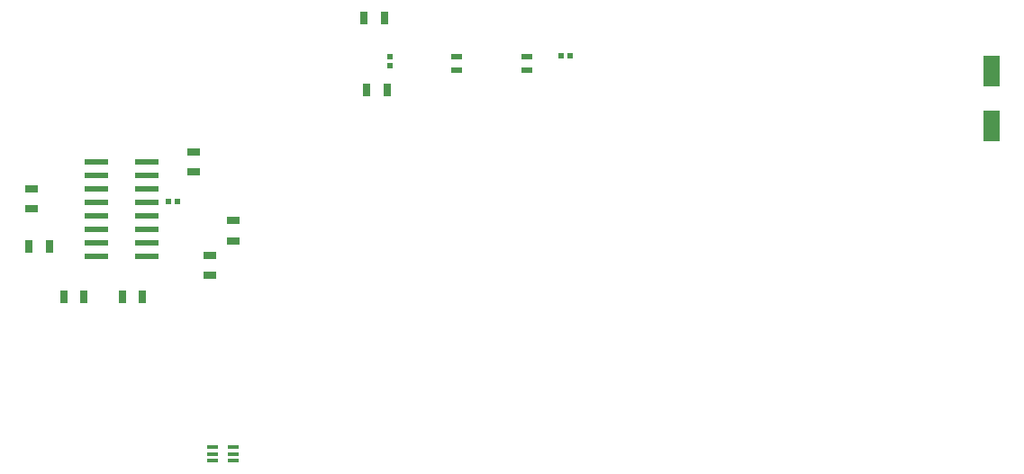
<source format=gtp>
G04*
G04 #@! TF.GenerationSoftware,Altium Limited,Altium Designer,18.0.9 (584)*
G04*
G04 Layer_Color=8421504*
%FSLAX44Y44*%
%MOMM*%
G71*
G01*
G75*
%ADD16R,0.6000X0.5600*%
%ADD17R,0.5600X0.6000*%
%ADD18R,1.0200X0.3600*%
%ADD19R,1.1100X0.5700*%
%ADD20R,2.1844X0.5588*%
%ADD21R,0.7000X1.3000*%
%ADD22R,1.3000X0.7000*%
%ADD23R,1.6000X3.0000*%
D16*
X417500Y638150D02*
D03*
Y646850D02*
D03*
D17*
X586850Y647500D02*
D03*
X578150D02*
D03*
X208800Y510000D02*
D03*
X217500D02*
D03*
D18*
X269550Y279000D02*
D03*
Y272500D02*
D03*
Y266000D02*
D03*
X250450D02*
D03*
Y272500D02*
D03*
Y279000D02*
D03*
D19*
X479500Y633650D02*
D03*
Y646350D02*
D03*
X545500D02*
D03*
Y633650D02*
D03*
D20*
X141378Y458050D02*
D03*
Y470750D02*
D03*
Y483450D02*
D03*
Y496150D02*
D03*
Y508850D02*
D03*
Y521550D02*
D03*
Y534250D02*
D03*
Y546950D02*
D03*
X188622D02*
D03*
Y534250D02*
D03*
Y521550D02*
D03*
Y508850D02*
D03*
Y496150D02*
D03*
Y483450D02*
D03*
Y470750D02*
D03*
Y458050D02*
D03*
D21*
X393000Y682500D02*
D03*
X412000D02*
D03*
X395500Y615000D02*
D03*
X414500D02*
D03*
X165500Y420000D02*
D03*
X184500D02*
D03*
X97000Y467500D02*
D03*
X78000D02*
D03*
X110500Y420000D02*
D03*
X129500D02*
D03*
D22*
X247500Y440500D02*
D03*
Y459500D02*
D03*
X80000Y503000D02*
D03*
Y522000D02*
D03*
X232500Y538000D02*
D03*
Y557000D02*
D03*
X270000Y473000D02*
D03*
Y492000D02*
D03*
D23*
X982500Y632500D02*
D03*
Y581500D02*
D03*
M02*

</source>
